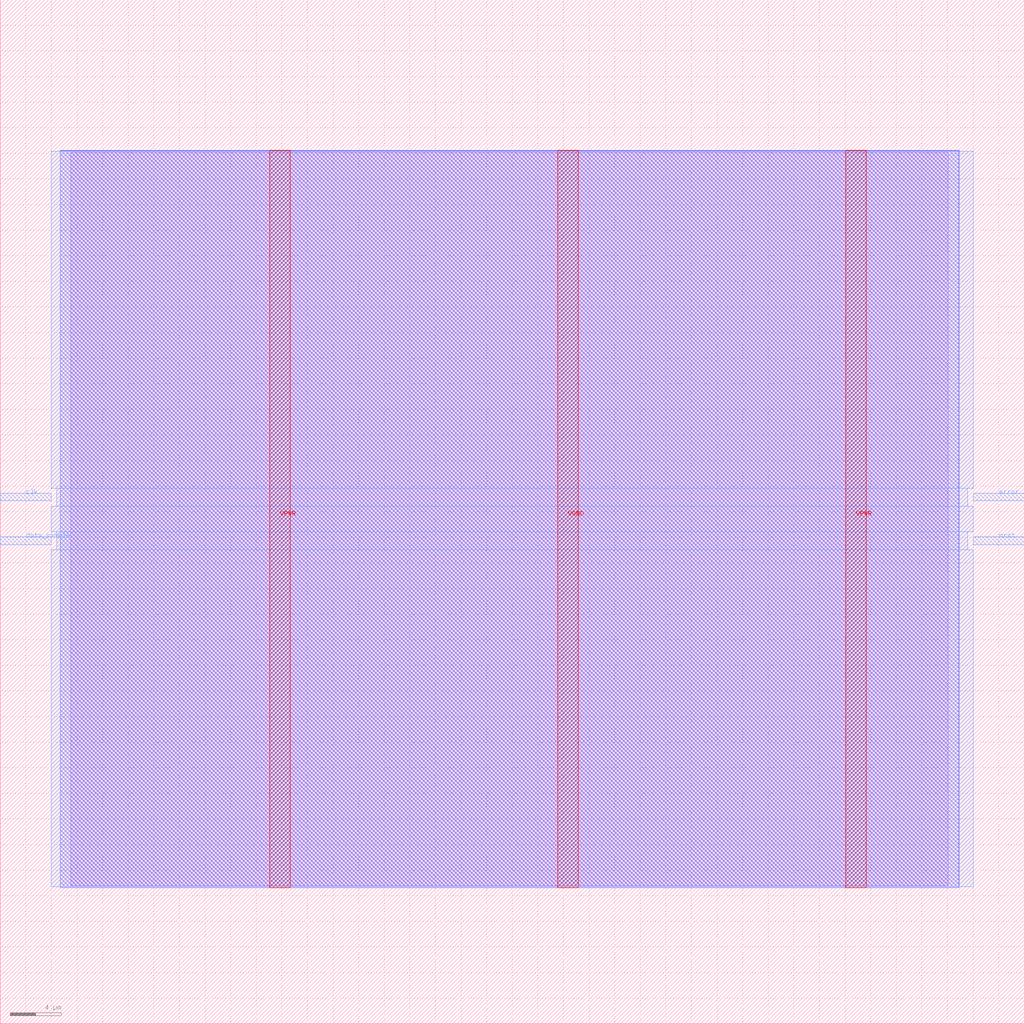
<source format=lef>
VERSION 5.7 ;
  NOWIREEXTENSIONATPIN ON ;
  DIVIDERCHAR "/" ;
  BUSBITCHARS "[]" ;
MACRO Top_mmu
  CLASS BLOCK ;
  FOREIGN Top_mmu ;
  ORIGIN 0.000 0.000 ;
  SIZE 80.000 BY 80.000 ;
  PIN VGND
    DIRECTION INOUT ;
    USE GROUND ;
    PORT
      LAYER met4 ;
        RECT 43.540 10.640 45.140 68.240 ;
    END
  END VGND
  PIN VPWR
    DIRECTION INOUT ;
    USE POWER ;
    PORT
      LAYER met4 ;
        RECT 21.040 10.640 22.640 68.240 ;
    END
    PORT
      LAYER met4 ;
        RECT 66.040 10.640 67.640 68.240 ;
    END
  END VPWR
  PIN clk
    DIRECTION INPUT ;
    USE SIGNAL ;
    ANTENNAGATEAREA 0.852000 ;
    PORT
      LAYER met3 ;
        RECT 0.000 40.840 4.000 41.440 ;
    END
  END clk
  PIN data_sample
    DIRECTION INPUT ;
    USE SIGNAL ;
    ANTENNAGATEAREA 0.196500 ;
    PORT
      LAYER met3 ;
        RECT 0.000 37.440 4.000 38.040 ;
    END
  END data_sample
  PIN error
    DIRECTION OUTPUT ;
    USE SIGNAL ;
    ANTENNADIFFAREA 0.795200 ;
    PORT
      LAYER met3 ;
        RECT 76.000 40.840 80.000 41.440 ;
    END
  END error
  PIN nrst
    DIRECTION INPUT ;
    USE SIGNAL ;
    ANTENNAGATEAREA 0.196500 ;
    PORT
      LAYER met3 ;
        RECT 76.000 37.440 80.000 38.040 ;
    END
  END nrst
  OBS
      LAYER li1 ;
        RECT 5.520 10.795 74.060 68.085 ;
      LAYER met1 ;
        RECT 4.670 10.640 74.910 68.240 ;
      LAYER met2 ;
        RECT 4.690 10.695 74.890 68.185 ;
      LAYER met3 ;
        RECT 4.000 41.840 76.000 68.165 ;
        RECT 4.400 40.440 75.600 41.840 ;
        RECT 4.000 38.440 76.000 40.440 ;
        RECT 4.400 37.040 75.600 38.440 ;
        RECT 4.000 10.715 76.000 37.040 ;
  END
END Top_mmu
END LIBRARY


</source>
